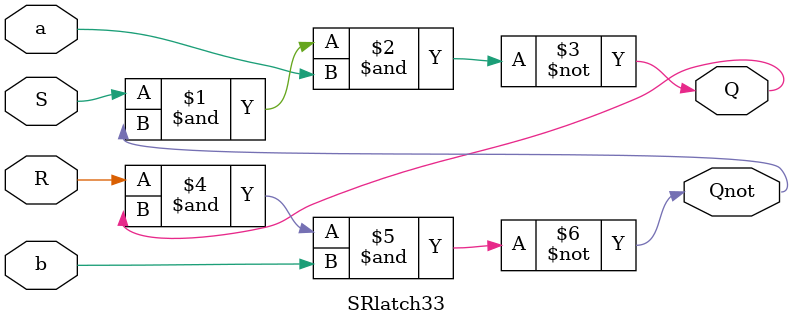
<source format=v>
 `timescale 1ns/1ns
module SRlatch32(input S, R, a, output Q, Qnot);
	nand #12 N1(Q, S, Qnot,a);
	nand #8 N2(Qnot, R, Q);
endmodule

module SRlatch33(input S, R, a, b, output Q, Qnot);
	nand #12 N1(Q, S, Qnot, a);
	nand #12 N2(Qnot, R, Q, b);
endmodule


</source>
